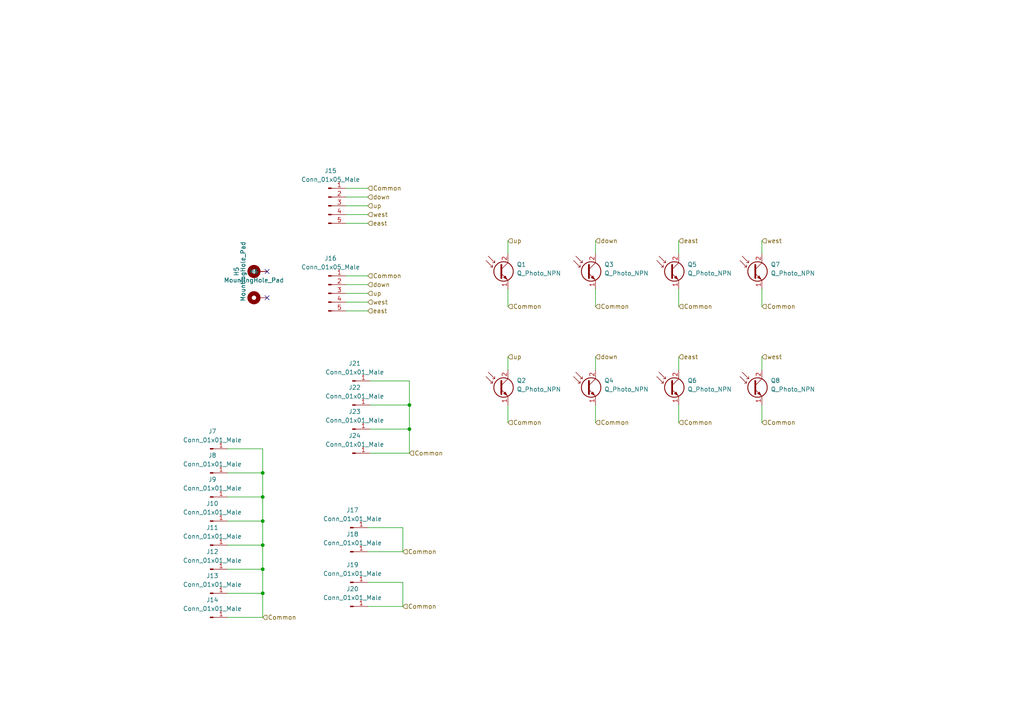
<source format=kicad_sch>
(kicad_sch (version 20211123) (generator eeschema)
  (paper "A4")
  (lib_symbols
    (symbol "Conn_01x05_Male_1" (pin_names (offset 1.016) hide)
      (property "Reference" "J" (at 0 7.62 0))
      (property "Value" "Conn_01x05_Male_1" (at 0 -7.62 0))
      (symbol "Conn_01x05_Male_1_1_1"
        (polyline (pts (xy 1.27 -5.08) (xy 0.8636 -5.08)) (stroke (width 0.1524)))
        (polyline (pts (xy 1.27 -2.54) (xy 0.8636 -2.54)) (stroke (width 0.1524)))
        (polyline (pts (xy 1.27 0) (xy 0.8636 0)) (stroke (width 0.1524)))
        (polyline (pts (xy 1.27 2.54) (xy 0.8636 2.54)) (stroke (width 0.1524)))
        (polyline (pts (xy 1.27 5.08) (xy 0.8636 5.08)) (stroke (width 0.1524)))
        (rectangle (start 0.8636 -4.953) (end 0 -5.207) (stroke (width 0.1524)) (fill (type outline)))
        (rectangle (start 0.8636 -2.413) (end 0 -2.667) (stroke (width 0.1524)) (fill (type outline)))
        (rectangle (start 0.8636 0.127) (end 0 -0.127) (stroke (width 0.1524)) (fill (type outline)))
        (rectangle (start 0.8636 2.667) (end 0 2.413) (stroke (width 0.1524)) (fill (type outline)))
        (rectangle (start 0.8636 5.207) (end 0 4.953) (stroke (width 0.1524)) (fill (type outline)))
        (pin passive line (at 5.08 5.08 180) (length 3.81) (name "Pin_1") (number "1"))
        (pin passive line (at 5.08 2.54 180) (length 3.81) (name "Pin_2") (number "2"))
        (pin passive line (at 5.08 0 180) (length 3.81) (name "Pin_3") (number "3"))
        (pin passive line (at 5.08 -2.54 180) (length 3.81) (name "Pin_4") (number "4"))
        (pin passive line (at 5.08 -5.08 180) (length 3.81) (name "Pin_5") (number "5"))
      )
    )
    (symbol "Connector:Conn_01x01_Male" (pin_names (offset 1.016) hide)
      (property "Reference" "J" (at 0 2.54 0))
      (property "Value" "Conn_01x01_Male" (at 0 -2.54 0))
      (symbol "Conn_01x01_Male_1_1"
        (polyline (pts (xy 1.27 0) (xy 0.8636 0)) (stroke (width 0.1524)))
        (rectangle (start 0.8636 0.127) (end 0 -0.127) (stroke (width 0.1524)) (fill (type outline)))
        (pin passive line (at 5.08 0 180) (length 3.81) (name "Pin_1") (number "1"))
      )
    )
    (symbol "Connector:Conn_01x05_Male" (pin_names (offset 1.016) hide)
      (property "Reference" "J" (at 0 7.62 0))
      (property "Value" "Conn_01x05_Male" (at 0 -7.62 0))
      (symbol "Conn_01x05_Male_1_1"
        (polyline (pts (xy 1.27 -5.08) (xy 0.8636 -5.08)) (stroke (width 0.1524)))
        (polyline (pts (xy 1.27 -2.54) (xy 0.8636 -2.54)) (stroke (width 0.1524)))
        (polyline (pts (xy 1.27 0) (xy 0.8636 0)) (stroke (width 0.1524)))
        (polyline (pts (xy 1.27 2.54) (xy 0.8636 2.54)) (stroke (width 0.1524)))
        (polyline (pts (xy 1.27 5.08) (xy 0.8636 5.08)) (stroke (width 0.1524)))
        (rectangle (start 0.8636 -4.953) (end 0 -5.207) (stroke (width 0.1524)) (fill (type outline)))
        (rectangle (start 0.8636 -2.413) (end 0 -2.667) (stroke (width 0.1524)) (fill (type outline)))
        (rectangle (start 0.8636 0.127) (end 0 -0.127) (stroke (width 0.1524)) (fill (type outline)))
        (rectangle (start 0.8636 2.667) (end 0 2.413) (stroke (width 0.1524)) (fill (type outline)))
        (rectangle (start 0.8636 5.207) (end 0 4.953) (stroke (width 0.1524)) (fill (type outline)))
        (pin passive line (at 5.08 5.08 180) (length 3.81) (name "Pin_1") (number "1"))
        (pin passive line (at 5.08 2.54 180) (length 3.81) (name "Pin_2") (number "2"))
        (pin passive line (at 5.08 0 180) (length 3.81) (name "Pin_3") (number "3"))
        (pin passive line (at 5.08 -2.54 180) (length 3.81) (name "Pin_4") (number "4"))
        (pin passive line (at 5.08 -5.08 180) (length 3.81) (name "Pin_5") (number "5"))
      )
    )
    (symbol "Device:Q_Photo_NPN_EC" (pin_names (offset 0) hide)
      (property "Reference" "Q" (at 5.08 1.27 0))
      (property "Value" "Q_Photo_NPN_EC" (at 5.08 -1.27 0))
      (symbol "Q_Photo_NPN_EC_0_1"
        (polyline (pts (xy -1.905 1.27) (xy -2.54 1.27)))
        (polyline (pts (xy -1.27 2.54) (xy -1.905 2.54)))
        (polyline (pts (xy 0.635 0.635) (xy 2.54 2.54)))
        (polyline (pts (xy -3.81 3.175) (xy -1.905 1.27) (xy -1.905 1.905)))
        (polyline (pts (xy -3.175 4.445) (xy -1.27 2.54) (xy -1.27 3.175)))
        (polyline (pts (xy 0.635 -0.635) (xy 2.54 -2.54) (xy 2.54 -2.54)))
        (polyline (pts (xy 0.635 1.905) (xy 0.635 -1.905) (xy 0.635 -1.905)) (stroke (width 0.508)))
        (polyline (pts (xy 1.27 -1.778) (xy 1.778 -1.27) (xy 2.286 -2.286) (xy 1.27 -1.778) (xy 1.27 -1.778)) (fill (type outline)))
        (circle (center 1.27 0) (radius 2.8194) (stroke (width 0.254)))
      )
      (symbol "Q_Photo_NPN_EC_1_1"
        (pin passive line (at 2.54 -5.08 90) (length 2.54) (name "E") (number "1"))
        (pin passive line (at 2.54 5.08 270) (length 2.54) (name "C") (number "2"))
      )
    )
    (symbol "Mechanical:MountingHole_Pad" (pin_numbers hide) (pin_names (offset 1.016) hide)
      (property "Reference" "H" (at 0 6.35 0))
      (property "Value" "MountingHole_Pad" (at 0 4.445 0))
      (symbol "MountingHole_Pad_0_1"
        (circle (center 0 1.27) (radius 1.27) (stroke (width 1.27)))
      )
      (symbol "MountingHole_Pad_1_1"
        (pin input line (at 0 -2.54 90) (length 2.54) (name "1") (number "1"))
      )
    )
  )
  (junction (at 76.2 165.1))
  (junction (at 76.2 158.115))
  (junction (at 76.2 144.145))
  (junction (at 76.2 137.16))
  (junction (at 118.745 124.46))
  (junction (at 76.2 172.085))
  (junction (at 76.2 151.13))
  (junction (at 118.745 117.475))
  (no_connect (at 77.47 86.36))
  (no_connect (at 77.47 78.74))
  (wire (pts (xy 106.68 153.035) (xy 116.84 153.035)))
  (wire (pts (xy 76.2 130.175) (xy 76.2 137.16)))
  (wire (pts (xy 147.32 117.475) (xy 147.32 122.555)))
  (wire (pts (xy 220.98 69.85) (xy 220.98 73.66)))
  (wire (pts (xy 107.315 117.475) (xy 118.745 117.475)))
  (wire (pts (xy 100.33 62.23) (xy 106.68 62.23)))
  (wire (pts (xy 66.04 130.175) (xy 76.2 130.175)))
  (wire (pts (xy 172.72 117.475) (xy 172.72 122.555)))
  (wire (pts (xy 76.2 165.1) (xy 76.2 172.085)))
  (wire (pts (xy 107.315 131.445) (xy 118.745 131.445)))
  (wire (pts (xy 196.85 103.505) (xy 196.85 107.315)))
  (wire (pts (xy 66.04 172.085) (xy 76.2 172.085)))
  (wire (pts (xy 172.72 69.85) (xy 172.72 73.66)))
  (wire (pts (xy 100.33 87.63) (xy 106.68 87.63)))
  (wire (pts (xy 107.315 110.49) (xy 118.745 110.49)))
  (wire (pts (xy 118.745 110.49) (xy 118.745 117.475)))
  (wire (pts (xy 118.745 124.46) (xy 118.745 131.445)))
  (wire (pts (xy 220.98 117.475) (xy 220.98 122.555)))
  (wire (pts (xy 106.68 160.02) (xy 116.84 160.02)))
  (wire (pts (xy 76.2 144.145) (xy 76.2 151.13)))
  (wire (pts (xy 76.2 137.16) (xy 76.2 144.145)))
  (wire (pts (xy 106.68 168.91) (xy 116.84 168.91)))
  (wire (pts (xy 116.84 168.91) (xy 116.84 175.895)))
  (wire (pts (xy 66.04 137.16) (xy 76.2 137.16)))
  (wire (pts (xy 76.2 172.085) (xy 76.2 179.07)))
  (wire (pts (xy 220.98 83.82) (xy 220.98 88.9)))
  (wire (pts (xy 147.32 83.82) (xy 147.32 88.9)))
  (wire (pts (xy 66.04 144.145) (xy 76.2 144.145)))
  (wire (pts (xy 66.04 158.115) (xy 76.2 158.115)))
  (wire (pts (xy 118.745 117.475) (xy 118.745 124.46)))
  (wire (pts (xy 147.32 103.505) (xy 147.32 107.315)))
  (wire (pts (xy 66.04 179.07) (xy 76.2 179.07)))
  (wire (pts (xy 66.04 151.13) (xy 76.2 151.13)))
  (wire (pts (xy 116.84 153.035) (xy 116.84 160.02)))
  (wire (pts (xy 196.85 83.82) (xy 196.85 88.9)))
  (wire (pts (xy 172.72 83.82) (xy 172.72 88.9)))
  (wire (pts (xy 147.32 69.85) (xy 147.32 73.66)))
  (wire (pts (xy 196.85 117.475) (xy 196.85 122.555)))
  (wire (pts (xy 66.04 165.1) (xy 76.2 165.1)))
  (wire (pts (xy 107.315 124.46) (xy 118.745 124.46)))
  (wire (pts (xy 100.33 59.69) (xy 106.68 59.69)))
  (wire (pts (xy 100.33 64.77) (xy 106.68 64.77)))
  (wire (pts (xy 196.85 69.85) (xy 196.85 73.66)))
  (wire (pts (xy 76.2 151.13) (xy 76.2 158.115)))
  (wire (pts (xy 220.98 103.505) (xy 220.98 107.315)))
  (wire (pts (xy 100.33 82.55) (xy 106.68 82.55)))
  (wire (pts (xy 100.33 57.15) (xy 106.68 57.15)))
  (wire (pts (xy 100.33 90.17) (xy 106.68 90.17)))
  (wire (pts (xy 76.2 158.115) (xy 76.2 165.1)))
  (wire (pts (xy 100.33 80.01) (xy 106.68 80.01)))
  (wire (pts (xy 106.68 175.895) (xy 116.84 175.895)))
  (wire (pts (xy 172.72 103.505) (xy 172.72 107.315)))
  (wire (pts (xy 100.33 85.09) (xy 106.68 85.09)))
  (wire (pts (xy 100.33 54.61) (xy 106.68 54.61)))
  (hierarchical_label "up" (shape input) (at 147.32 103.505 0))
  (hierarchical_label "east" (shape input) (at 106.68 90.17 0))
  (hierarchical_label "Common" (shape input) (at 116.84 160.02 0))
  (hierarchical_label "east" (shape input) (at 196.85 69.85 0))
  (hierarchical_label "Common" (shape input) (at 106.68 80.01 0))
  (hierarchical_label "up" (shape input) (at 147.32 69.85 0))
  (hierarchical_label "west" (shape input) (at 106.68 87.63 0))
  (hierarchical_label "Common" (shape input) (at 118.745 131.445 0))
  (hierarchical_label "up" (shape input) (at 106.68 85.09 0))
  (hierarchical_label "down" (shape input) (at 172.72 103.505 0))
  (hierarchical_label "Common" (shape input) (at 147.32 122.555 0))
  (hierarchical_label "down" (shape input) (at 172.72 69.85 0))
  (hierarchical_label "Common" (shape input) (at 172.72 88.9 0))
  (hierarchical_label "Common" (shape input) (at 172.72 122.555 0))
  (hierarchical_label "up" (shape input) (at 106.68 59.69 0))
  (hierarchical_label "east" (shape input) (at 196.85 103.505 0))
  (hierarchical_label "Common" (shape input) (at 116.84 175.895 0))
  (hierarchical_label "Common" (shape input) (at 76.2 179.07 0))
  (hierarchical_label "east" (shape input) (at 106.68 64.77 0))
  (hierarchical_label "Common" (shape input) (at 106.68 54.61 0))
  (hierarchical_label "Common" (shape input) (at 220.98 88.9 0))
  (hierarchical_label "west" (shape input) (at 220.98 69.85 0))
  (hierarchical_label "west" (shape input) (at 106.68 62.23 0))
  (hierarchical_label "down" (shape input) (at 106.68 57.15 0))
  (hierarchical_label "Common" (shape input) (at 196.85 88.9 0))
  (hierarchical_label "Common" (shape input) (at 220.98 122.555 0))
  (hierarchical_label "west" (shape input) (at 220.98 103.505 0))
  (hierarchical_label "Common" (shape input) (at 147.32 88.9 0))
  (hierarchical_label "down" (shape input) (at 106.68 82.55 0))
  (hierarchical_label "Common" (shape input) (at 196.85 122.555 0))
  (symbol (lib_id "Connector:Conn_01x01_Male") (at 101.6 160.02 0) (unit 1)
    (property "Reference" "J18" (at 102.235 154.94 0))
    (property "Value" "Conn_01x01_Male" (at 102.235 157.48 0))
    (property "Footprint" "TestPoint:TestPoint_Pad_D4.0mm" (effects hide))
  )
  (symbol (lib_id "Connector:Conn_01x01_Male") (at 102.235 110.49 0) (unit 1)
    (property "Reference" "J21" (at 102.87 105.41 0))
    (property "Value" "Conn_01x01_Male" (at 102.87 107.95 0))
    (property "Footprint" "TestPoint:TestPoint_THTPad_D4.0mm_Drill2.0mm" (effects hide))
  )
  (symbol (lib_id "Connector:Conn_01x01_Male") (at 60.96 179.07 0) (unit 1)
    (property "Reference" "J14" (at 61.595 173.99 0))
    (property "Value" "Conn_01x01_Male" (at 61.595 176.53 0))
    (property "Footprint" "TestPoint:TestPoint_Pad_4.0x4.0mm" (effects hide))
  )
  (symbol (lib_id "Connector:Conn_01x01_Male") (at 60.96 130.175 0) (unit 1)
    (property "Reference" "J7" (at 61.595 125.095 0))
    (property "Value" "Conn_01x01_Male" (at 61.595 127.635 0))
    (property "Footprint" "TestPoint:TestPoint_Pad_4.0x4.0mm" (effects hide))
  )
  (symbol (lib_id "Connector:Conn_01x01_Male") (at 101.6 168.91 0) (unit 1)
    (property "Reference" "J19" (at 102.235 163.83 0))
    (property "Value" "Conn_01x01_Male" (at 102.235 166.37 0))
    (property "Footprint" "TestPoint:TestPoint_Pad_D4.0mm" (effects hide))
  )
  (symbol (lib_id "Device:Q_Photo_NPN_EC") (at 194.31 78.74 0) (unit 1)
    (property "Reference" "Q5" (at 199.39 76.7206 0) (effects (justify left)))
    (property "Value" "Q_Photo_NPN" (at 199.39 79.2606 0) (effects (justify left)))
    (property "Footprint" "LED_SMD:LED_0603_1608Metric" (effects hide))
    (property "MPN" "C146233" (effects hide))
  )
  (symbol (lib_id "Mechanical:MountingHole_Pad") (at 74.93 78.74 90) (unit 1)
    (property "Reference" "H5" (at 68.58 78.74 0))
    (property "Value" "MountingHole_Pad" (at 70.485 78.74 0))
    (property "Footprint" "MountingHole:MountingHole_3.2mm_M3_DIN965_Pad" (effects hide))
  )
  (symbol (lib_id "Connector:Conn_01x01_Male") (at 60.96 144.145 0) (unit 1)
    (property "Reference" "J9" (at 61.595 139.065 0))
    (property "Value" "Conn_01x01_Male" (at 61.595 141.605 0))
    (property "Footprint" "TestPoint:TestPoint_Pad_4.0x4.0mm" (effects hide))
  )
  (symbol (lib_id "Device:Q_Photo_NPN_EC") (at 218.44 78.74 0) (unit 1)
    (property "Reference" "Q7" (at 223.52 76.7206 0) (effects (justify left)))
    (property "Value" "Q_Photo_NPN" (at 223.52 79.2606 0) (effects (justify left)))
    (property "Footprint" "LED_SMD:LED_0603_1608Metric" (effects hide))
    (property "MPN" "C146233" (effects hide))
  )
  (symbol (lib_id "Device:Q_Photo_NPN_EC") (at 144.78 112.395 0) (unit 1)
    (property "Reference" "Q2" (at 149.86 110.3756 0) (effects (justify left)))
    (property "Value" "Q_Photo_NPN" (at 149.86 112.9156 0) (effects (justify left)))
    (property "Footprint" "LED_SMD:LED_0603_1608Metric" (effects hide))
    (property "MPN" "C146233" (effects hide))
  )
  (symbol (lib_id "Connector:Conn_01x01_Male") (at 101.6 153.035 0) (unit 1)
    (property "Reference" "J17" (at 102.235 147.955 0))
    (property "Value" "Conn_01x01_Male" (at 102.235 150.495 0))
    (property "Footprint" "TestPoint:TestPoint_Pad_D4.0mm" (effects hide))
  )
  (symbol (lib_id "Device:Q_Photo_NPN_EC") (at 144.78 78.74 0) (unit 1)
    (property "Reference" "Q1" (at 149.86 76.7206 0) (effects (justify left)))
    (property "Value" "Q_Photo_NPN" (at 149.86 79.2606 0) (effects (justify left)))
    (property "Footprint" "LED_SMD:LED_0603_1608Metric" (effects hide))
    (property "MPN" "C146233" (effects hide))
  )
  (symbol (lib_id "Connector:Conn_01x01_Male") (at 60.96 165.1 0) (unit 1)
    (property "Reference" "J12" (at 61.595 160.02 0))
    (property "Value" "Conn_01x01_Male" (at 61.595 162.56 0))
    (property "Footprint" "TestPoint:TestPoint_Pad_4.0x4.0mm" (effects hide))
  )
  (symbol (lib_id "Connector:Conn_01x01_Male") (at 101.6 175.895 0) (unit 1)
    (property "Reference" "J20" (at 102.235 170.815 0))
    (property "Value" "Conn_01x01_Male" (at 102.235 173.355 0))
    (property "Footprint" "TestPoint:TestPoint_Pad_D4.0mm" (effects hide))
  )
  (symbol (lib_id "Connector:Conn_01x05_Male") (at 95.25 59.69 0) (unit 1)
    (property "Reference" "J15" (at 95.885 49.53 0))
    (property "Value" "Conn_01x05_Male" (at 95.885 52.07 0))
    (property "Footprint" "Connector_PinHeader_2.54mm:PinHeader_1x05_P2.54mm_Vertical" (effects hide))
  )
  (symbol (lib_id "Connector:Conn_01x01_Male") (at 60.96 172.085 0) (unit 1)
    (property "Reference" "J13" (at 61.595 167.005 0))
    (property "Value" "Conn_01x01_Male" (at 61.595 169.545 0))
    (property "Footprint" "TestPoint:TestPoint_Pad_4.0x4.0mm" (effects hide))
  )
  (symbol (lib_id "Mechanical:MountingHole_Pad") (at 74.93 86.36 90) (unit 1)
    (property "Reference" "H6" (at 73.66 78.74 90))
    (property "Value" "MountingHole_Pad" (at 73.66 81.28 90))
    (property "Footprint" "MountingHole:MountingHole_3.2mm_M3_DIN965_Pad" (effects hide))
  )
  (symbol (lib_id "Device:Q_Photo_NPN_EC") (at 218.44 112.395 0) (unit 1)
    (property "Reference" "Q8" (at 223.52 110.3756 0) (effects (justify left)))
    (property "Value" "Q_Photo_NPN" (at 223.52 112.9156 0) (effects (justify left)))
    (property "Footprint" "LED_SMD:LED_0603_1608Metric" (effects hide))
    (property "MPN" "C146233" (effects hide))
  )
  (symbol (lib_id "Connector:Conn_01x01_Male") (at 60.96 151.13 0) (unit 1)
    (property "Reference" "J10" (at 61.595 146.05 0))
    (property "Value" "Conn_01x01_Male" (at 61.595 148.59 0))
    (property "Footprint" "TestPoint:TestPoint_Pad_4.0x4.0mm" (effects hide))
  )
  (symbol (lib_id "Connector:Conn_01x01_Male") (at 102.235 117.475 0) (unit 1)
    (property "Reference" "J22" (at 102.87 112.395 0))
    (property "Value" "Conn_01x01_Male" (at 102.87 114.935 0))
    (property "Footprint" "TestPoint:TestPoint_THTPad_D4.0mm_Drill2.0mm" (effects hide))
  )
  (symbol (lib_id "Connector:Conn_01x01_Male") (at 102.235 131.445 0) (unit 1)
    (property "Reference" "J24" (at 102.87 126.365 0))
    (property "Value" "Conn_01x01_Male" (at 102.87 128.905 0))
    (property "Footprint" "TestPoint:TestPoint_THTPad_D4.0mm_Drill2.0mm" (effects hide))
  )
  (symbol (lib_id "Connector:Conn_01x01_Male") (at 60.96 137.16 0) (unit 1)
    (property "Reference" "J8" (at 61.595 132.08 0))
    (property "Value" "Conn_01x01_Male" (at 61.595 134.62 0))
    (property "Footprint" "TestPoint:TestPoint_Pad_4.0x4.0mm" (effects hide))
  )
  (symbol (lib_id "Device:Q_Photo_NPN_EC") (at 170.18 78.74 0) (unit 1)
    (property "Reference" "Q3" (at 175.26 76.7206 0) (effects (justify left)))
    (property "Value" "Q_Photo_NPN" (at 175.26 79.2606 0) (effects (justify left)))
    (property "Footprint" "LED_SMD:LED_0603_1608Metric" (effects hide))
    (property "MPN" "C146233" (effects hide))
  )
  (symbol (lib_id "Device:Q_Photo_NPN_EC") (at 194.31 112.395 0) (unit 1)
    (property "Reference" "Q6" (at 199.39 110.3756 0) (effects (justify left)))
    (property "Value" "Q_Photo_NPN" (at 199.39 112.9156 0) (effects (justify left)))
    (property "Footprint" "LED_SMD:LED_0603_1608Metric" (effects hide))
    (property "MPN" "C146233" (effects hide))
  )
  (symbol (lib_id "Connector:Conn_01x01_Male") (at 102.235 124.46 0) (unit 1)
    (property "Reference" "J23" (at 102.87 119.38 0))
    (property "Value" "Conn_01x01_Male" (at 102.87 121.92 0))
    (property "Footprint" "TestPoint:TestPoint_THTPad_D4.0mm_Drill2.0mm" (effects hide))
  )
  (symbol (lib_id "Device:Q_Photo_NPN_EC") (at 170.18 112.395 0) (unit 1)
    (property "Reference" "Q4" (at 175.26 110.3756 0) (effects (justify left)))
    (property "Value" "Q_Photo_NPN" (at 175.26 112.9156 0) (effects (justify left)))
    (property "Footprint" "LED_SMD:LED_0603_1608Metric" (effects hide))
    (property "MPN" "C146233" (effects hide))
  )
  (symbol (lib_id "Connector:Conn_01x01_Male") (at 60.96 158.115 0) (unit 1)
    (property "Reference" "J11" (at 61.595 153.035 0))
    (property "Value" "Conn_01x01_Male" (at 61.595 155.575 0))
    (property "Footprint" "TestPoint:TestPoint_Pad_4.0x4.0mm" (effects hide))
  )
  (symbol (lib_name "Conn_01x05_Male_1") (lib_id "Connector:Conn_01x05_Male") (at 95.25 85.09 0) (unit 1)
    (property "Reference" "J16" (at 95.885 74.93 0))
    (property "Value" "Conn_01x05_Male" (at 95.885 77.47 0))
    (property "Footprint" "Connector_PinHeader_2.54mm:PinHeader_1x05_P2.54mm_Vertical" (effects hide))
  )
)
</source>
